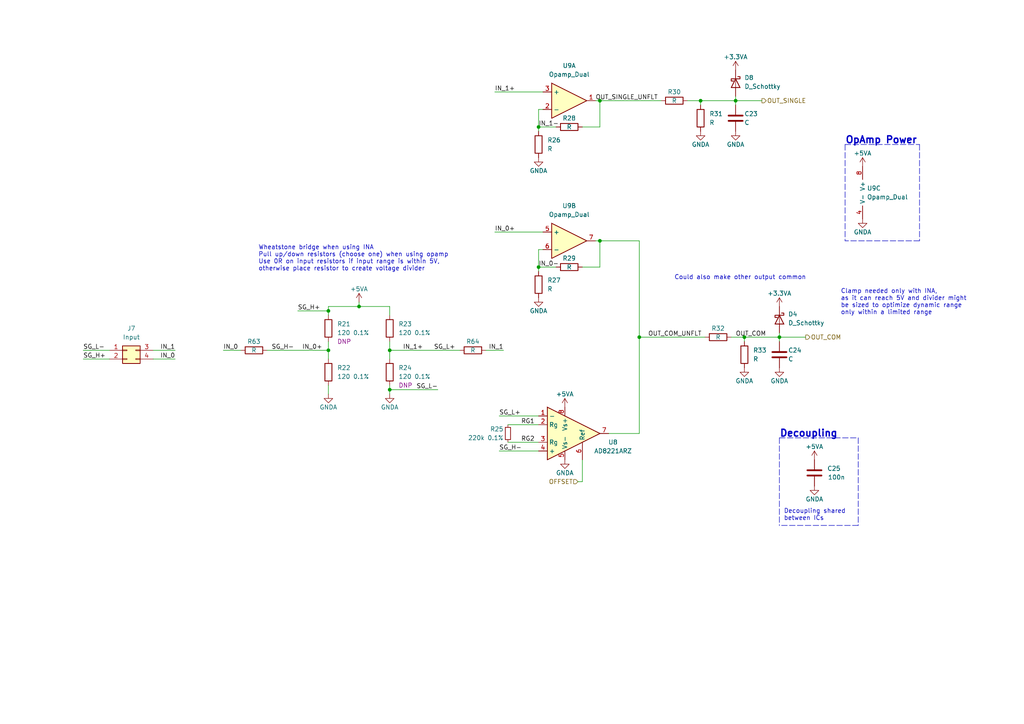
<source format=kicad_sch>
(kicad_sch (version 20211123) (generator eeschema)
  (paper "A4")
  (title_block (title "An2CAN") (date "2022-04-19") (rev "V0") (company "E-Agle TRT") (comment 1 "Thomas Nonis"))
  (lib_symbols
    (symbol "Connector_Generic:Conn_02x02_Top_Bottom" (pin_names (offset 1.016) hide)
      (property "Reference" "J" (at 1.27 2.54 0))
      (property "Value" "Conn_02x02_Top_Bottom" (at 1.27 -5.08 0))
      (symbol "Conn_02x02_Top_Bottom_1_1"
        (rectangle (start -1.27 -2.413) (end 0 -2.667) (stroke (width 0.1524)))
        (rectangle (start -1.27 0.127) (end 0 -0.127) (stroke (width 0.1524)))
        (rectangle (start -1.27 1.27) (end 3.81 -3.81) (stroke (width 0.254)) (fill (type background)))
        (rectangle (start 3.81 -2.413) (end 2.54 -2.667) (stroke (width 0.1524)))
        (rectangle (start 3.81 0.127) (end 2.54 -0.127) (stroke (width 0.1524)))
        (pin passive line (at -5.08 0 0) (length 3.81) (name "Pin_1") (number "1"))
        (pin passive line (at -5.08 -2.54 0) (length 3.81) (name "Pin_2") (number "2"))
        (pin passive line (at 7.62 0 180) (length 3.81) (name "Pin_3") (number "3"))
        (pin passive line (at 7.62 -2.54 180) (length 3.81) (name "Pin_4") (number "4"))
      )
    )
    (symbol "Device:C" (pin_numbers hide) (pin_names (offset 0.254))
      (property "Reference" "C" (at 0.635 2.54 0))
      (property "Value" "C" (at 0.635 -2.54 0))
      (symbol "C_0_1"
        (polyline (pts (xy -2.032 -0.762) (xy 2.032 -0.762)) (stroke (width 0.508)))
        (polyline (pts (xy -2.032 0.762) (xy 2.032 0.762)) (stroke (width 0.508)))
      )
      (symbol "C_1_1"
        (pin passive line (at 0 3.81 270) (length 2.794) (name "~") (number "1"))
        (pin passive line (at 0 -3.81 90) (length 2.794) (name "~") (number "2"))
      )
    )
    (symbol "Device:D_Schottky" (pin_numbers hide) (pin_names (offset 1.016) hide)
      (property "Reference" "D" (at 0 2.54 0))
      (property "Value" "D_Schottky" (at 0 -2.54 0))
      (symbol "D_Schottky_0_1"
        (polyline (pts (xy 1.27 0) (xy -1.27 0)))
        (polyline (pts (xy 1.27 1.27) (xy 1.27 -1.27) (xy -1.27 0) (xy 1.27 1.27)) (stroke (width 0.254)))
        (polyline (pts (xy -1.905 0.635) (xy -1.905 1.27) (xy -1.27 1.27) (xy -1.27 -1.27) (xy -0.635 -1.27) (xy -0.635 -0.635)) (stroke (width 0.254)))
      )
      (symbol "D_Schottky_1_1"
        (pin passive line (at -3.81 0 0) (length 2.54) (name "K") (number "1"))
        (pin passive line (at 3.81 0 180) (length 2.54) (name "A") (number "2"))
      )
    )
    (symbol "Device:Opamp_Dual"
      (property "Reference" "U" (at 0 5.08 0))
      (property "Value" "Opamp_Dual" (at 0 -5.08 0))
      (symbol "Opamp_Dual_1_1"
        (polyline (pts (xy -5.08 5.08) (xy 5.08 0) (xy -5.08 -5.08) (xy -5.08 5.08)) (stroke (width 0.254)) (fill (type background)))
        (pin output line (at 7.62 0 180) (length 2.54) (name "~") (number "1"))
        (pin input line (at -7.62 -2.54 0) (length 2.54) (name "-") (number "2"))
        (pin input line (at -7.62 2.54 0) (length 2.54) (name "+") (number "3"))
      )
      (symbol "Opamp_Dual_2_1"
        (polyline (pts (xy -5.08 5.08) (xy 5.08 0) (xy -5.08 -5.08) (xy -5.08 5.08)) (stroke (width 0.254)) (fill (type background)))
        (pin input line (at -7.62 2.54 0) (length 2.54) (name "+") (number "5"))
        (pin input line (at -7.62 -2.54 0) (length 2.54) (name "-") (number "6"))
        (pin output line (at 7.62 0 180) (length 2.54) (name "~") (number "7"))
      )
      (symbol "Opamp_Dual_3_1"
        (pin power_in line (at -2.54 -7.62 90) (length 3.81) (name "V-") (number "4"))
        (pin power_in line (at -2.54 7.62 270) (length 3.81) (name "V+") (number "8"))
      )
    )
    (symbol "Device:R" (pin_numbers hide) (pin_names (offset 0))
      (property "Reference" "R" (at 2.032 0 90))
      (property "Value" "R" (at 0 0 90))
      (symbol "R_0_1"
        (rectangle (start -1.016 -2.54) (end 1.016 2.54) (stroke (width 0.254)))
      )
      (symbol "R_1_1"
        (pin passive line (at 0 3.81 270) (length 1.27) (name "~") (number "1"))
        (pin passive line (at 0 -3.81 90) (length 1.27) (name "~") (number "2"))
      )
    )
    (symbol "Device:R_Small" (pin_numbers hide) (pin_names (offset 0.254) hide)
      (property "Reference" "R" (at 0.762 0.508 0))
      (property "Value" "R_Small" (at 0.762 -1.016 0))
      (symbol "R_Small_0_1"
        (rectangle (start -0.762 1.778) (end 0.762 -1.778) (stroke (width 0.2032)))
      )
      (symbol "R_Small_1_1"
        (pin passive line (at 0 2.54 270) (length 0.762) (name "~") (number "1"))
        (pin passive line (at 0 -2.54 90) (length 0.762) (name "~") (number "2"))
      )
    )
    (symbol "Eagle_Main:AD8221ARZ"
      (property "Reference" "U" (at 6.35 8.89 0))
      (property "Value" "AD8221ARZ" (at 6.604 7.112 0))
      (symbol "AD8221ARZ_0_1"
        (polyline (pts (xy -5.08 7.62) (xy -5.08 -7.62) (xy 10.16 0) (xy -5.08 7.62)) (stroke (width 0.254)) (fill (type background)))
      )
      (symbol "AD8221ARZ_1_1"
        (pin input line (at -7.62 5.08 0) (length 2.54) (name "-") (number "1"))
        (pin passive line (at -7.62 2.54 0) (length 2.54) (name "Rg") (number "2"))
        (pin passive line (at -7.62 -2.54 0) (length 2.54) (name "Rg") (number "3"))
        (pin input line (at -7.62 -5.08 0) (length 2.54) (name "+") (number "4"))
        (pin power_in line (at 0 -7.62 90) (length 2.54) (name "Vs-") (number "5"))
        (pin passive line (at 5.08 -7.62 90) (length 5.08) (name "Ref") (number "6"))
        (pin output line (at 12.7 0 180) (length 2.54) (name "~") (number "7"))
        (pin power_in line (at 0 7.62 270) (length 2.54) (name "Vs+") (number "8"))
      )
    )
    (symbol "power:+3.3VA" (power) (pin_names (offset 0))
      (property "Value" "+3.3VA" (at 0 3.556 0))
      (symbol "+3.3VA_0_1"
        (polyline (pts (xy -0.762 1.27) (xy 0 2.54)))
        (polyline (pts (xy 0 0) (xy 0 2.54)))
        (polyline (pts (xy 0 2.54) (xy 0.762 1.27)))
      )
      (symbol "+3.3VA_1_1"
        (pin power_in line (at 0 0 90) (length 0) hide (name "+3.3VA") (number "1"))
      )
    )
    (symbol "power:+5VA" (power) (pin_names (offset 0))
      (property "Value" "+5VA" (at 0 3.556 0))
      (symbol "+5VA_0_1"
        (polyline (pts (xy -0.762 1.27) (xy 0 2.54)))
        (polyline (pts (xy 0 0) (xy 0 2.54)))
        (polyline (pts (xy 0 2.54) (xy 0.762 1.27)))
      )
      (symbol "+5VA_1_1"
        (pin power_in line (at 0 0 90) (length 0) hide (name "+5VA") (number "1"))
      )
    )
    (symbol "power:GNDA" (power) (pin_names (offset 0))
      (property "Value" "GNDA" (at 0 -3.81 0))
      (symbol "GNDA_0_1"
        (polyline (pts (xy 0 0) (xy 0 -1.27) (xy 1.27 -1.27) (xy 0 -2.54) (xy -1.27 -1.27) (xy 0 -1.27)))
      )
      (symbol "GNDA_1_1"
        (pin power_in line (at 0 0 270) (length 0) hide (name "GNDA") (number "1"))
      )
    )
  )
  (junction (at 185.42 97.79))
  (junction (at 95.25 90.17))
  (junction (at 203.2 29.21))
  (junction (at 156.21 36.83))
  (junction (at 173.99 29.21))
  (junction (at 113.03 113.03))
  (junction (at 215.9 97.79))
  (junction (at 95.25 101.6))
  (junction (at 156.21 77.47))
  (junction (at 213.36 29.21))
  (junction (at 113.03 101.6))
  (junction (at 104.14 88.9))
  (junction (at 173.99 69.85))
  (junction (at 226.06 97.79))
  (wire (pts (xy 144.78 130.81) (xy 156.21 130.81)))
  (polyline (pts (xy 248.92 152.4) (xy 226.06 152.4)))
  (wire (pts (xy 95.25 114.3) (xy 95.25 111.76)))
  (wire (pts (xy 95.25 88.9) (xy 104.14 88.9)))
  (wire (pts (xy 173.99 29.21) (xy 191.77 29.21)))
  (wire (pts (xy 226.06 97.79) (xy 226.06 99.06)))
  (wire (pts (xy 185.42 97.79) (xy 204.47 97.79)))
  (wire (pts (xy 143.51 26.67) (xy 157.48 26.67)))
  (wire (pts (xy 113.03 99.06) (xy 113.03 101.6)))
  (polyline (pts (xy 226.06 127) (xy 248.92 127)))
  (wire (pts (xy 113.03 101.6) (xy 113.03 104.14)))
  (wire (pts (xy 113.03 113.03) (xy 113.03 114.3)))
  (wire (pts (xy 147.32 123.19) (xy 156.21 123.19)))
  (wire (pts (xy 95.25 99.06) (xy 95.25 101.6)))
  (wire (pts (xy 156.21 36.83) (xy 156.21 31.75)))
  (wire (pts (xy 24.13 104.14) (xy 31.75 104.14)))
  (wire (pts (xy 156.21 72.39) (xy 157.48 72.39)))
  (wire (pts (xy 95.25 91.44) (xy 95.25 90.17)))
  (wire (pts (xy 213.36 27.94) (xy 213.36 29.21)))
  (polyline (pts (xy 266.7 69.85) (xy 245.11 69.85)))
  (wire (pts (xy 173.99 36.83) (xy 173.99 29.21)))
  (wire (pts (xy 167.64 139.7) (xy 168.91 139.7)))
  (wire (pts (xy 185.42 125.73) (xy 185.42 97.79)))
  (wire (pts (xy 161.29 77.47) (xy 156.21 77.47)))
  (wire (pts (xy 173.99 77.47) (xy 173.99 69.85)))
  (wire (pts (xy 161.29 36.83) (xy 156.21 36.83)))
  (wire (pts (xy 147.32 128.27) (xy 156.21 128.27)))
  (polyline (pts (xy 248.92 127) (xy 248.92 152.4)))
  (wire (pts (xy 213.36 29.21) (xy 220.98 29.21)))
  (wire (pts (xy 50.8 104.14) (xy 44.45 104.14)))
  (wire (pts (xy 212.09 97.79) (xy 215.9 97.79)))
  (wire (pts (xy 226.06 97.79) (xy 233.68 97.79)))
  (wire (pts (xy 156.21 77.47) (xy 156.21 72.39)))
  (wire (pts (xy 172.72 69.85) (xy 173.99 69.85)))
  (wire (pts (xy 140.97 101.6) (xy 146.05 101.6)))
  (wire (pts (xy 113.03 113.03) (xy 113.03 111.76)))
  (wire (pts (xy 144.78 120.65) (xy 156.21 120.65)))
  (wire (pts (xy 168.91 133.35) (xy 168.91 139.7)))
  (wire (pts (xy 113.03 101.6) (xy 133.35 101.6)))
  (wire (pts (xy 156.21 77.47) (xy 156.21 78.74)))
  (wire (pts (xy 24.13 101.6) (xy 31.75 101.6)))
  (wire (pts (xy 127 113.03) (xy 113.03 113.03)))
  (wire (pts (xy 172.72 29.21) (xy 173.99 29.21)))
  (wire (pts (xy 50.8 101.6) (xy 44.45 101.6)))
  (wire (pts (xy 203.2 30.48) (xy 203.2 29.21)))
  (wire (pts (xy 95.25 101.6) (xy 95.25 104.14)))
  (wire (pts (xy 113.03 88.9) (xy 113.03 91.44)))
  (wire (pts (xy 104.14 87.63) (xy 104.14 88.9)))
  (polyline (pts (xy 226.06 127) (xy 226.06 152.4)))
  (polyline (pts (xy 245.11 41.91) (xy 245.11 69.85)))
  (wire (pts (xy 168.91 36.83) (xy 173.99 36.83)))
  (wire (pts (xy 203.2 29.21) (xy 213.36 29.21)))
  (wire (pts (xy 143.51 67.31) (xy 157.48 67.31)))
  (wire (pts (xy 86.36 90.17) (xy 95.25 90.17)))
  (wire (pts (xy 64.77 101.6) (xy 69.85 101.6)))
  (wire (pts (xy 104.14 88.9) (xy 113.03 88.9)))
  (wire (pts (xy 226.06 96.52) (xy 226.06 97.79)))
  (wire (pts (xy 203.2 29.21) (xy 199.39 29.21)))
  (wire (pts (xy 215.9 97.79) (xy 226.06 97.79)))
  (wire (pts (xy 156.21 31.75) (xy 157.48 31.75)))
  (polyline (pts (xy 266.7 41.91) (xy 266.7 69.85)))
  (wire (pts (xy 168.91 77.47) (xy 173.99 77.47)))
  (wire (pts (xy 185.42 97.79) (xy 185.42 69.85)))
  (wire (pts (xy 215.9 99.06) (xy 215.9 97.79)))
  (wire (pts (xy 176.53 125.73) (xy 185.42 125.73)))
  (wire (pts (xy 213.36 29.21) (xy 213.36 30.48)))
  (wire (pts (xy 173.99 69.85) (xy 185.42 69.85)))
  (wire (pts (xy 95.25 90.17) (xy 95.25 88.9)))
  (wire (pts (xy 156.21 36.83) (xy 156.21 38.1)))
  (wire (pts (xy 77.47 101.6) (xy 95.25 101.6)))
  (polyline (pts (xy 245.11 41.91) (xy 266.7 41.91)))
  (text "Decoupling" (at 226.06 127 0) (effects (font (size 2 2) (thickness 0.4) bold) (justify left bottom)))
  (text "Wheatstone bridge when using INA\nPull up/down resistors (choose one) when using opamp\nUse 0R on input resistors if input range is within 5V,\notherwise place resistor to create voltage divider" (at 74.93 78.74 0) (effects (font (size 1.27 1.27)) (justify left bottom)))
  (text "OpAmp Power" (at 245.11 41.91 0) (effects (font (size 2 2) bold) (justify left bottom)))
  (text "Clamp needed only with INA,\nas it can reach 5V and divider might\nbe sized to optimize dynamic range\nonly within a limited range" (at 243.84 91.44 0) (effects (font (size 1.27 1.27)) (justify left bottom)))
  (text "Decoupling shared\nbetween ICs" (at 227.33 151.13 0) (effects (font (size 1.27 1.27)) (justify left bottom)))
  (text "Could also make other output common" (at 195.58 81.28 0) (effects (font (size 1.27 1.27)) (justify left bottom)))
  (label "RG2" (at 151.13 128.27 0))
  (label "SG_H-" (at 144.78 130.81 0))
  (label "IN_1+" (at 143.51 26.67 0))
  (label "IN_1" (at 50.8 101.6 180))
  (label "SG_H+" (at 24.13 104.14 0))
  (label "SG_H-" (at 78.74 101.6 0))
  (label "IN_0+" (at 143.51 67.31 0))
  (label "SG_L+" (at 132.08 101.6 180))
  (label "SG_L-" (at 127 113.03 180))
  (label "OUT_COM" (at 213.36 97.79 0))
  (label "OUT_COM_UNFLT" (at 187.96 97.79 0))
  (label "IN_1" (at 146.05 101.6 180))
  (label "IN_1+" (at 116.84 101.6 0))
  (label "SG_L+" (at 144.78 120.65 0))
  (label "IN_1-" (at 156.21 36.83 0))
  (label "SG_L-" (at 24.13 101.6 0))
  (label "OUT_SINGLE_UNFLT" (at 172.72 29.21 0))
  (label "IN_0-" (at 156.21 77.47 0))
  (label "RG1" (at 151.13 123.19 0))
  (label "IN_0" (at 50.8 104.14 180))
  (label "SG_H+" (at 86.36 90.17 0))
  (label "IN_0+" (at 87.63 101.6 0))
  (label "IN_0" (at 64.77 101.6 0))
  (hierarchical_label "OUT_SINGLE" (shape output) (at 220.98 29.21 0))
  (hierarchical_label "OFFSET" (shape input) (at 167.64 139.7 180))
  (hierarchical_label "OUT_COM" (shape output) (at 233.68 97.79 0))
  (symbol (lib_id "Device:R") (at 215.9 102.87 0) (unit 1)
    (property "Reference" "R33" (at 218.44 101.5999 0) (effects (justify left)))
    (property "Value" "R" (at 218.44 104.1399 0) (effects (justify left)))
    (property "Footprint" "Resistor_SMD:R_0603_1608Metric" (effects hide))
  )
  (symbol (lib_id "Device:R_Small") (at 147.32 125.73 0) (mirror y) (unit 1)
    (property "Reference" "R25" (at 146.05 124.46 0) (effects (justify left)))
    (property "Value" "220k 0.1%" (at 146.05 127 0) (effects (justify left)))
    (property "Footprint" "Resistor_SMD:R_0603_1608Metric" (effects hide))
  )
  (symbol (lib_id "power:GNDA") (at 203.2 38.1 0) (unit 1)
    (property "Reference" "#PWR094" (effects hide))
    (property "Value" "GNDA" (at 203.2 41.91 0))
  )
  (symbol (lib_id "Eagle_Main:AD8221ARZ") (at 163.83 125.73 0) (unit 1)
    (property "Reference" "U8" (at 177.8 128.27 0))
    (property "Value" "AD8221ARZ" (at 177.8 130.81 0))
    (property "Footprint" "Package_SO:MSOP-8_3x3mm_P0.65mm" (effects hide))
    (property "Datasheet" "docs/datasheets/ina_ad8221.pdf" (effects hide))
    (property "BOM Name" "Instrumentation amplifier" (effects hide))
    (property "PN" "AD8221ARZ" (effects hide))
    (property "Price [€]" "7.78" (effects hide))
    (property "Store" "https://www.mouser.it/ProductDetail/Analog-Devices/AD8221ARZ?qs=%2FtpEQrCGXCysNW0jJLVg2w%3D%3D" (effects hide))
  )
  (symbol (lib_id "Device:C") (at 236.22 137.16 180) (unit 1)
    (property "Reference" "C25" (at 243.84 135.89 0) (effects (justify left)))
    (property "Value" "100n" (at 245.11 138.43 0) (effects (justify left)))
    (property "Footprint" "Capacitor_SMD:C_0603_1608Metric" (effects hide))
  )
  (symbol (lib_id "power:+5VA") (at 236.22 133.35 0) (unit 1)
    (property "Reference" "#PWR0125" (effects hide))
    (property "Value" "+5VA" (at 236.22 129.54 0))
  )
  (symbol (lib_id "Device:R") (at 73.66 101.6 90) (unit 1)
    (property "Reference" "R63" (at 73.66 99.06 90))
    (property "Value" "R" (at 73.66 101.6 90))
    (property "Footprint" "Resistor_SMD:R_0603_1608Metric" (effects hide))
  )
  (symbol (lib_id "power:GNDA") (at 163.83 133.35 0) (unit 1)
    (property "Reference" "#PWR092" (effects hide))
    (property "Value" "GNDA" (at 163.83 137.16 0))
  )
  (symbol (lib_id "power:GNDA") (at 113.03 114.3 0) (unit 1)
    (property "Reference" "#PWR088" (effects hide))
    (property "Value" "GNDA" (at 113.03 118.11 0))
  )
  (symbol (lib_id "power:GNDA") (at 156.21 86.36 0) (unit 1)
    (property "Reference" "#PWR090" (effects hide))
    (property "Value" "GNDA" (at 156.21 90.17 0))
  )
  (symbol (lib_id "Device:C") (at 226.06 102.87 0) (unit 1)
    (property "Reference" "C24" (at 228.6 101.6 0) (effects (justify left)))
    (property "Value" "C" (at 228.6 104.14 0) (effects (justify left)))
    (property "Footprint" "Capacitor_SMD:C_0805_2012Metric" (effects hide))
  )
  (symbol (lib_id "power:+3.3VA") (at 226.06 88.9 0) (unit 1)
    (property "Reference" "#PWR097" (effects hide))
    (property "Value" "+3.3VA" (at 226.06 85.09 0))
  )
  (symbol (lib_id "Device:D_Schottky") (at 226.06 92.71 270) (unit 1)
    (property "Reference" "D4" (at 228.6 91.1224 90) (effects (justify left)))
    (property "Value" "D_Schottky" (at 228.6 93.6624 90) (effects (justify left)))
    (property "Footprint" "Diode_SMD:D_SOD-123" (effects hide))
  )
  (symbol (lib_id "Device:R") (at 137.16 101.6 90) (unit 1)
    (property "Reference" "R64" (at 137.16 99.06 90))
    (property "Value" "R" (at 137.16 101.6 90))
    (property "Footprint" "Resistor_SMD:R_0603_1608Metric" (effects hide))
  )
  (symbol (lib_id "power:GNDA") (at 226.06 106.68 0) (unit 1)
    (property "Reference" "#PWR098" (effects hide))
    (property "Value" "GNDA" (at 226.06 110.49 0))
  )
  (symbol (lib_id "power:GNDA") (at 215.9 106.68 0) (unit 1)
    (property "Reference" "#PWR096" (effects hide))
    (property "Value" "GNDA" (at 215.9 110.49 0))
  )
  (symbol (lib_id "Device:R") (at 165.1 36.83 270) (unit 1)
    (property "Reference" "R28" (at 165.1 34.29 90))
    (property "Value" "R" (at 165.1 36.83 90))
    (property "Footprint" "Resistor_SMD:R_0603_1608Metric" (effects hide))
  )
  (symbol (lib_id "power:GNDA") (at 95.25 114.3 0) (unit 1)
    (property "Reference" "#PWR086" (effects hide))
    (property "Value" "GNDA" (at 95.25 118.11 0))
  )
  (symbol (lib_id "Device:R") (at 208.28 97.79 90) (unit 1)
    (property "Reference" "R32" (at 208.28 95.25 90))
    (property "Value" "R" (at 208.28 97.79 90))
    (property "Footprint" "Resistor_SMD:R_0603_1608Metric" (effects hide))
  )
  (symbol (lib_id "Device:R") (at 95.25 107.95 0) (unit 1)
    (property "Reference" "R22" (at 97.79 106.6799 0) (effects (justify left)))
    (property "Value" "120 0.1%" (at 97.79 109.2199 0) (effects (justify left)))
    (property "Footprint" "Resistor_SMD:R_0603_1608Metric" (effects hide))
  )
  (symbol (lib_id "power:+3.3VA") (at 213.36 20.32 0) (unit 1)
    (property "Reference" "#PWR0135" (effects hide))
    (property "Value" "+3.3VA" (at 213.36 16.51 0))
  )
  (symbol (lib_id "Device:R") (at 95.25 95.25 0) (unit 1)
    (property "Reference" "R21" (at 97.79 93.9799 0) (effects (justify left)))
    (property "Value" "120 0.1%" (at 97.79 96.5199 0) (effects (justify left)))
    (property "Footprint" "Resistor_SMD:R_0603_1608Metric" (effects hide))
    (property "DNP" "DNP" (at 97.79 99.06 0) (effects (justify left)))
  )
  (symbol (lib_id "power:GNDA") (at 250.19 63.5 0) (unit 1)
    (property "Reference" "#PWR0100" (effects hide))
    (property "Value" "GNDA" (at 250.19 67.31 0))
  )
  (symbol (lib_id "Device:C") (at 213.36 34.29 0) (unit 1)
    (property "Reference" "C23" (at 215.9 33.02 0) (effects (justify left)))
    (property "Value" "C" (at 215.9 35.56 0) (effects (justify left)))
    (property "Footprint" "Capacitor_SMD:C_0805_2012Metric" (effects hide))
  )
  (symbol (lib_id "power:GNDA") (at 236.22 140.97 0) (unit 1)
    (property "Reference" "#PWR0101" (effects hide))
    (property "Value" "GNDA" (at 236.22 144.78 0))
  )
  (symbol (lib_id "Device:R") (at 113.03 95.25 0) (unit 1)
    (property "Reference" "R23" (at 115.57 93.9799 0) (effects (justify left)))
    (property "Value" "120 0.1%" (at 115.57 96.5199 0) (effects (justify left)))
    (property "Footprint" "Resistor_SMD:R_0603_1608Metric" (effects hide))
  )
  (symbol (lib_id "Device:R") (at 156.21 41.91 0) (unit 1)
    (property "Reference" "R26" (at 158.75 40.6399 0) (effects (justify left)))
    (property "Value" "R" (at 158.75 43.1799 0) (effects (justify left)))
    (property "Footprint" "Resistor_SMD:R_0603_1608Metric" (effects hide))
  )
  (symbol (lib_id "Device:R") (at 195.58 29.21 270) (unit 1)
    (property "Reference" "R30" (at 195.58 26.67 90))
    (property "Value" "R" (at 195.58 29.21 90))
    (property "Footprint" "Resistor_SMD:R_0603_1608Metric" (effects hide))
  )
  (symbol (lib_id "power:+5VA") (at 163.83 118.11 0) (unit 1)
    (property "Reference" "#PWR091" (effects hide))
    (property "Value" "+5VA" (at 163.83 114.3 0))
  )
  (symbol (lib_id "power:GNDA") (at 156.21 45.72 0) (unit 1)
    (property "Reference" "#PWR089" (effects hide))
    (property "Value" "GNDA" (at 156.21 49.53 0))
  )
  (symbol (lib_id "Device:Opamp_Dual") (at 165.1 69.85 0) (unit 2)
    (property "Reference" "U9" (at 165.1 59.69 0))
    (property "Value" "Opamp_Dual" (at 165.1 62.23 0))
    (property "Footprint" "Package_SO:TSSOP-8_4.4x3mm_P0.65mm" (effects hide))
  )
  (symbol (lib_id "Device:R") (at 203.2 34.29 0) (unit 1)
    (property "Reference" "R31" (at 205.74 33.0199 0) (effects (justify left)))
    (property "Value" "R" (at 205.74 35.5599 0) (effects (justify left)))
    (property "Footprint" "Resistor_SMD:R_0603_1608Metric" (effects hide))
  )
  (symbol (lib_id "Device:R") (at 156.21 82.55 0) (unit 1)
    (property "Reference" "R27" (at 158.75 81.2799 0) (effects (justify left)))
    (property "Value" "R" (at 158.75 83.8199 0) (effects (justify left)))
    (property "Footprint" "Resistor_SMD:R_0603_1608Metric" (effects hide))
  )
  (symbol (lib_id "Device:R") (at 113.03 107.95 0) (unit 1)
    (property "Reference" "R24" (at 115.57 106.6799 0) (effects (justify left)))
    (property "Value" "120 0.1%" (at 115.57 109.2199 0) (effects (justify left)))
    (property "Footprint" "Resistor_SMD:R_0603_1608Metric" (effects hide))
    (property "DNP" "DNP" (at 115.57 111.76 0) (effects (justify left)))
  )
  (symbol (lib_id "Device:R") (at 165.1 77.47 270) (unit 1)
    (property "Reference" "R29" (at 165.1 74.93 90))
    (property "Value" "R" (at 165.1 77.47 90))
    (property "Footprint" "Resistor_SMD:R_0603_1608Metric" (effects hide))
  )
  (symbol (lib_id "power:+5VA") (at 104.14 87.63 0) (unit 1)
    (property "Reference" "#PWR087" (effects hide))
    (property "Value" "+5VA" (at 104.14 83.82 0))
  )
  (symbol (lib_id "Device:Opamp_Dual") (at 252.73 55.88 0) (unit 3)
    (property "Reference" "U9" (at 251.46 54.6099 0) (effects (justify left)))
    (property "Value" "Opamp_Dual" (at 251.46 57.1499 0) (effects (justify left)))
    (property "Footprint" "Package_SO:TSSOP-8_4.4x3mm_P0.65mm" (effects hide))
  )
  (symbol (lib_id "Connector_Generic:Conn_02x02_Top_Bottom") (at 36.83 101.6 0) (unit 1)
    (property "Reference" "J7" (at 38.1 95.25 0))
    (property "Value" "Input" (at 38.1 97.79 0))
    (property "Footprint" "Connector_Molex:Molex_Nano-Fit_105314-xx04_2x02_P2.50mm_Horizontal" (effects hide))
  )
  (symbol (lib_id "Device:Opamp_Dual") (at 165.1 29.21 0) (unit 1)
    (property "Reference" "U9" (at 165.1 19.05 0))
    (property "Value" "Opamp_Dual" (at 165.1 21.59 0))
    (property "Footprint" "Package_SO:TSSOP-8_4.4x3mm_P0.65mm" (effects hide))
  )
  (symbol (lib_id "Device:D_Schottky") (at 213.36 24.13 270) (unit 1)
    (property "Reference" "D8" (at 215.9 22.5424 90) (effects (justify left)))
    (property "Value" "D_Schottky" (at 215.9 25.0824 90) (effects (justify left)))
    (property "Footprint" "Diode_SMD:D_SOD-123" (effects hide))
  )
  (symbol (lib_id "power:+5VA") (at 250.19 48.26 0) (unit 1)
    (property "Reference" "#PWR099" (effects hide))
    (property "Value" "+5VA" (at 250.19 44.45 0))
  )
  (symbol (lib_id "power:GNDA") (at 213.36 38.1 0) (unit 1)
    (property "Reference" "#PWR095" (effects hide))
    (property "Value" "GNDA" (at 213.36 41.91 0))
  )
)
</source>
